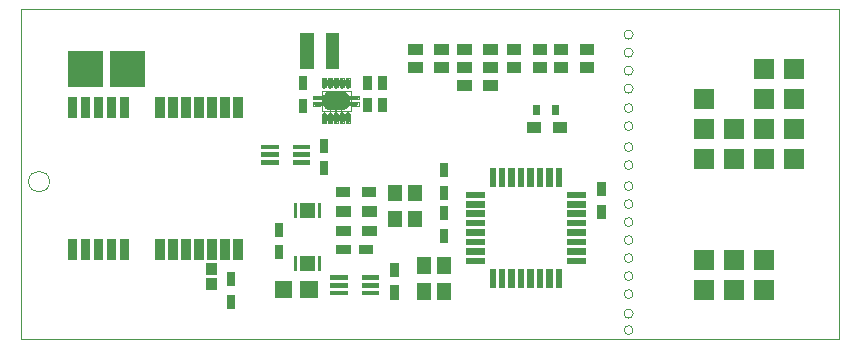
<source format=gbr>
G04 #@! TF.GenerationSoftware,KiCad,Pcbnew,(5.1.0)-1*
G04 #@! TF.CreationDate,2019-05-20T22:37:17-04:00*
G04 #@! TF.ProjectId,PicoTrackerWSPR1Rev5,5069636f-5472-4616-936b-657257535052,rev?*
G04 #@! TF.SameCoordinates,Original*
G04 #@! TF.FileFunction,Soldermask,Top*
G04 #@! TF.FilePolarity,Negative*
%FSLAX46Y46*%
G04 Gerber Fmt 4.6, Leading zero omitted, Abs format (unit mm)*
G04 Created by KiCad (PCBNEW (5.1.0)-1) date 2019-05-20 22:37:17*
%MOMM*%
%LPD*%
G04 APERTURE LIST*
%ADD10C,0.100000*%
%ADD11C,0.066040*%
%ADD12C,0.150000*%
G04 APERTURE END LIST*
D10*
X53975000Y-62230000D02*
X53975000Y-63500000D01*
X123190000Y-62230000D02*
X123190000Y-63500000D01*
X53975000Y-90170000D02*
X53975000Y-63500000D01*
X123190000Y-90170000D02*
X53975000Y-90170000D01*
X123190000Y-63500000D02*
X123190000Y-90170000D01*
X53975000Y-62230000D02*
X123190000Y-62230000D01*
X105791021Y-89408000D02*
G75*
G03X105791021Y-89408000I-381021J0D01*
G01*
X105791021Y-64389000D02*
G75*
G03X105791021Y-64389000I-381021J0D01*
G01*
X105791021Y-65913000D02*
G75*
G03X105791021Y-65913000I-381021J0D01*
G01*
X105791021Y-67437000D02*
G75*
G03X105791021Y-67437000I-381021J0D01*
G01*
X105791021Y-68961000D02*
G75*
G03X105791021Y-68961000I-381021J0D01*
G01*
X105791021Y-70612000D02*
G75*
G03X105791021Y-70612000I-381021J0D01*
G01*
X105791021Y-72136000D02*
G75*
G03X105791021Y-72136000I-381021J0D01*
G01*
X105791021Y-73914000D02*
G75*
G03X105791021Y-73914000I-381021J0D01*
G01*
X105791021Y-75438000D02*
G75*
G03X105791021Y-75438000I-381021J0D01*
G01*
X105791021Y-77216000D02*
G75*
G03X105791021Y-77216000I-381021J0D01*
G01*
X105791021Y-78740000D02*
G75*
G03X105791021Y-78740000I-381021J0D01*
G01*
X105791021Y-80264000D02*
G75*
G03X105791021Y-80264000I-381021J0D01*
G01*
X105791021Y-81788000D02*
G75*
G03X105791021Y-81788000I-381021J0D01*
G01*
X105791021Y-83312000D02*
G75*
G03X105791021Y-83312000I-381021J0D01*
G01*
X105791021Y-86360000D02*
G75*
G03X105791021Y-86360000I-381021J0D01*
G01*
X105791021Y-84836000D02*
G75*
G03X105791021Y-84836000I-381021J0D01*
G01*
X105791021Y-88011000D02*
G75*
G03X105791021Y-88011000I-381021J0D01*
G01*
X56388000Y-76835000D02*
G75*
G03X56388000Y-76835000I-889000J0D01*
G01*
X81815940Y-71140320D02*
G75*
G03X81815940Y-71140320I-172720J0D01*
G01*
X81315560Y-71140320D02*
G75*
G03X81315560Y-71140320I-172720J0D01*
G01*
X80817720Y-71140320D02*
G75*
G03X80817720Y-71140320I-172720J0D01*
G01*
X80319880Y-71140320D02*
G75*
G03X80319880Y-71140320I-172720J0D01*
G01*
X79819500Y-71140320D02*
G75*
G03X79819500Y-71140320I-172720J0D01*
G01*
X79819500Y-68813680D02*
G75*
G03X79819500Y-68813680I-172720J0D01*
G01*
X80319880Y-68813680D02*
G75*
G03X80319880Y-68813680I-172720J0D01*
G01*
X80817720Y-68813680D02*
G75*
G03X80817720Y-68813680I-172720J0D01*
G01*
X81315560Y-68813680D02*
G75*
G03X81315560Y-68813680I-172720J0D01*
G01*
X81815940Y-68813680D02*
G75*
G03X81815940Y-68813680I-172720J0D01*
G01*
D11*
X79321660Y-70101460D02*
X79321660Y-70401180D01*
X79321660Y-70401180D02*
X78722220Y-70401180D01*
X78722220Y-70101460D02*
X78722220Y-70401180D01*
X79321660Y-70101460D02*
X78722220Y-70101460D01*
X79321660Y-69552820D02*
X79321660Y-69852540D01*
X79321660Y-69852540D02*
X78722220Y-69852540D01*
X78722220Y-69552820D02*
X78722220Y-69852540D01*
X79321660Y-69552820D02*
X78722220Y-69552820D01*
X81818480Y-71140320D02*
X81818480Y-71899780D01*
X81818480Y-71899780D02*
X81467960Y-71899780D01*
X81467960Y-71140320D02*
X81467960Y-71899780D01*
X81818480Y-71140320D02*
X81467960Y-71140320D01*
X81318100Y-71140320D02*
X81318100Y-71899780D01*
X81318100Y-71899780D02*
X80967580Y-71899780D01*
X80967580Y-71140320D02*
X80967580Y-71899780D01*
X81318100Y-71140320D02*
X80967580Y-71140320D01*
X80817720Y-71140320D02*
X80817720Y-71899780D01*
X80817720Y-71899780D02*
X80472280Y-71899780D01*
X80472280Y-71140320D02*
X80472280Y-71899780D01*
X80817720Y-71140320D02*
X80472280Y-71140320D01*
X80322420Y-71140320D02*
X80322420Y-71899780D01*
X80322420Y-71899780D02*
X79971900Y-71899780D01*
X79971900Y-71140320D02*
X79971900Y-71899780D01*
X80322420Y-71140320D02*
X79971900Y-71140320D01*
X79822040Y-71140320D02*
X79822040Y-71899780D01*
X79822040Y-71899780D02*
X79471520Y-71899780D01*
X79471520Y-71140320D02*
X79471520Y-71899780D01*
X79822040Y-71140320D02*
X79471520Y-71140320D01*
X79822040Y-68054220D02*
X79822040Y-68813680D01*
X79822040Y-68813680D02*
X79471520Y-68813680D01*
X79471520Y-68054220D02*
X79471520Y-68813680D01*
X79822040Y-68054220D02*
X79471520Y-68054220D01*
X80322420Y-68054220D02*
X80322420Y-68813680D01*
X80322420Y-68813680D02*
X79971900Y-68813680D01*
X79971900Y-68054220D02*
X79971900Y-68813680D01*
X80322420Y-68054220D02*
X79971900Y-68054220D01*
X80817720Y-68054220D02*
X80817720Y-68813680D01*
X80817720Y-68813680D02*
X80472280Y-68813680D01*
X80472280Y-68054220D02*
X80472280Y-68813680D01*
X80817720Y-68054220D02*
X80472280Y-68054220D01*
X81318100Y-68054220D02*
X81318100Y-68813680D01*
X81318100Y-68813680D02*
X80967580Y-68813680D01*
X80967580Y-68054220D02*
X80967580Y-68813680D01*
X81318100Y-68054220D02*
X80967580Y-68054220D01*
X81818480Y-68054220D02*
X81818480Y-68813680D01*
X81818480Y-68813680D02*
X81467960Y-68813680D01*
X81467960Y-68054220D02*
X81467960Y-68813680D01*
X81818480Y-68054220D02*
X81467960Y-68054220D01*
X81869280Y-69128640D02*
X81869280Y-70825360D01*
X81869280Y-70825360D02*
X79420720Y-70825360D01*
X79420720Y-69128640D02*
X79420720Y-70825360D01*
X81869280Y-69128640D02*
X79420720Y-69128640D01*
X82567780Y-69552820D02*
X82567780Y-69852540D01*
X82567780Y-69852540D02*
X81968340Y-69852540D01*
X81968340Y-69552820D02*
X81968340Y-69852540D01*
X82567780Y-69552820D02*
X81968340Y-69552820D01*
X82567780Y-70101460D02*
X82567780Y-70401180D01*
X82567780Y-70401180D02*
X81968340Y-70401180D01*
X81968340Y-70101460D02*
X81968340Y-70401180D01*
X82567780Y-70101460D02*
X81968340Y-70101460D01*
D12*
G36*
X72130000Y-87595000D02*
G01*
X71380000Y-87595000D01*
X71380000Y-86395000D01*
X72130000Y-86395000D01*
X72130000Y-87595000D01*
X72130000Y-87595000D01*
G37*
G36*
X117690000Y-86896000D02*
G01*
X115990000Y-86896000D01*
X115990000Y-85196000D01*
X117690000Y-85196000D01*
X117690000Y-86896000D01*
X117690000Y-86896000D01*
G37*
G36*
X115150000Y-86896000D02*
G01*
X113450000Y-86896000D01*
X113450000Y-85196000D01*
X115150000Y-85196000D01*
X115150000Y-86896000D01*
X115150000Y-86896000D01*
G37*
G36*
X112610000Y-86896000D02*
G01*
X110910000Y-86896000D01*
X110910000Y-85196000D01*
X112610000Y-85196000D01*
X112610000Y-86896000D01*
X112610000Y-86896000D01*
G37*
G36*
X88684100Y-86855300D02*
G01*
X87490300Y-86855300D01*
X87490300Y-85458300D01*
X88684100Y-85458300D01*
X88684100Y-86855300D01*
X88684100Y-86855300D01*
G37*
G36*
X90385900Y-86855300D02*
G01*
X89192100Y-86855300D01*
X89192100Y-85458300D01*
X90385900Y-85458300D01*
X90385900Y-86855300D01*
X90385900Y-86855300D01*
G37*
G36*
X85973000Y-86828000D02*
G01*
X85223000Y-86828000D01*
X85223000Y-85628000D01*
X85973000Y-85628000D01*
X85973000Y-86828000D01*
X85973000Y-86828000D01*
G37*
G36*
X79109000Y-86729000D02*
G01*
X77609000Y-86729000D01*
X77609000Y-85229000D01*
X79109000Y-85229000D01*
X79109000Y-86729000D01*
X79109000Y-86729000D01*
G37*
G36*
X76950000Y-86729000D02*
G01*
X75450000Y-86729000D01*
X75450000Y-85229000D01*
X76950000Y-85229000D01*
X76950000Y-86729000D01*
X76950000Y-86729000D01*
G37*
G36*
X81649000Y-86463000D02*
G01*
X80149000Y-86463000D01*
X80149000Y-86063000D01*
X81649000Y-86063000D01*
X81649000Y-86463000D01*
X81649000Y-86463000D01*
G37*
G36*
X84309000Y-86463000D02*
G01*
X82809000Y-86463000D01*
X82809000Y-86063000D01*
X84309000Y-86063000D01*
X84309000Y-86463000D01*
X84309000Y-86463000D01*
G37*
G36*
X70604000Y-85971000D02*
G01*
X69604000Y-85971000D01*
X69604000Y-84971000D01*
X70604000Y-84971000D01*
X70604000Y-85971000D01*
X70604000Y-85971000D01*
G37*
G36*
X81649000Y-85813000D02*
G01*
X80149000Y-85813000D01*
X80149000Y-85413000D01*
X81649000Y-85413000D01*
X81649000Y-85813000D01*
X81649000Y-85813000D01*
G37*
G36*
X84309000Y-85813000D02*
G01*
X82809000Y-85813000D01*
X82809000Y-85413000D01*
X84309000Y-85413000D01*
X84309000Y-85813000D01*
X84309000Y-85813000D01*
G37*
G36*
X99790000Y-85803000D02*
G01*
X99240000Y-85803000D01*
X99240000Y-84203000D01*
X99790000Y-84203000D01*
X99790000Y-85803000D01*
X99790000Y-85803000D01*
G37*
G36*
X97390000Y-85803000D02*
G01*
X96840000Y-85803000D01*
X96840000Y-84203000D01*
X97390000Y-84203000D01*
X97390000Y-85803000D01*
X97390000Y-85803000D01*
G37*
G36*
X98190000Y-85803000D02*
G01*
X97640000Y-85803000D01*
X97640000Y-84203000D01*
X98190000Y-84203000D01*
X98190000Y-85803000D01*
X98190000Y-85803000D01*
G37*
G36*
X96590000Y-85803000D02*
G01*
X96040000Y-85803000D01*
X96040000Y-84203000D01*
X96590000Y-84203000D01*
X96590000Y-85803000D01*
X96590000Y-85803000D01*
G37*
G36*
X94990000Y-85803000D02*
G01*
X94440000Y-85803000D01*
X94440000Y-84203000D01*
X94990000Y-84203000D01*
X94990000Y-85803000D01*
X94990000Y-85803000D01*
G37*
G36*
X94190000Y-85803000D02*
G01*
X93640000Y-85803000D01*
X93640000Y-84203000D01*
X94190000Y-84203000D01*
X94190000Y-85803000D01*
X94190000Y-85803000D01*
G37*
G36*
X98990000Y-85803000D02*
G01*
X98440000Y-85803000D01*
X98440000Y-84203000D01*
X98990000Y-84203000D01*
X98990000Y-85803000D01*
X98990000Y-85803000D01*
G37*
G36*
X95790000Y-85803000D02*
G01*
X95240000Y-85803000D01*
X95240000Y-84203000D01*
X95790000Y-84203000D01*
X95790000Y-85803000D01*
X95790000Y-85803000D01*
G37*
G36*
X72130000Y-85695000D02*
G01*
X71380000Y-85695000D01*
X71380000Y-84495000D01*
X72130000Y-84495000D01*
X72130000Y-85695000D01*
X72130000Y-85695000D01*
G37*
G36*
X81649000Y-85163000D02*
G01*
X80149000Y-85163000D01*
X80149000Y-84763000D01*
X81649000Y-84763000D01*
X81649000Y-85163000D01*
X81649000Y-85163000D01*
G37*
G36*
X84309000Y-85163000D02*
G01*
X82809000Y-85163000D01*
X82809000Y-84763000D01*
X84309000Y-84763000D01*
X84309000Y-85163000D01*
X84309000Y-85163000D01*
G37*
G36*
X85973000Y-84928000D02*
G01*
X85223000Y-84928000D01*
X85223000Y-83728000D01*
X85973000Y-83728000D01*
X85973000Y-84928000D01*
X85973000Y-84928000D01*
G37*
G36*
X70604000Y-84701000D02*
G01*
X69604000Y-84701000D01*
X69604000Y-83701000D01*
X70604000Y-83701000D01*
X70604000Y-84701000D01*
X70604000Y-84701000D01*
G37*
G36*
X90385900Y-84645500D02*
G01*
X89192100Y-84645500D01*
X89192100Y-83248500D01*
X90385900Y-83248500D01*
X90385900Y-84645500D01*
X90385900Y-84645500D01*
G37*
G36*
X88684100Y-84645500D02*
G01*
X87490300Y-84645500D01*
X87490300Y-83248500D01*
X88684100Y-83248500D01*
X88684100Y-84645500D01*
X88684100Y-84645500D01*
G37*
G36*
X79354680Y-84434000D02*
G01*
X79105760Y-84434000D01*
X79105760Y-83134000D01*
X79354680Y-83134000D01*
X79354680Y-84434000D01*
X79354680Y-84434000D01*
G37*
G36*
X78854300Y-84434000D02*
G01*
X77609700Y-84434000D01*
X77609700Y-83134000D01*
X78854300Y-83134000D01*
X78854300Y-84434000D01*
X78854300Y-84434000D01*
G37*
G36*
X77358240Y-84434000D02*
G01*
X77109320Y-84434000D01*
X77109320Y-83134000D01*
X77358240Y-83134000D01*
X77358240Y-84434000D01*
X77358240Y-84434000D01*
G37*
G36*
X117690000Y-84356000D02*
G01*
X115990000Y-84356000D01*
X115990000Y-82656000D01*
X117690000Y-82656000D01*
X117690000Y-84356000D01*
X117690000Y-84356000D01*
G37*
G36*
X115150000Y-84356000D02*
G01*
X113450000Y-84356000D01*
X113450000Y-82656000D01*
X115150000Y-82656000D01*
X115150000Y-84356000D01*
X115150000Y-84356000D01*
G37*
G36*
X112610000Y-84356000D02*
G01*
X110910000Y-84356000D01*
X110910000Y-82656000D01*
X112610000Y-82656000D01*
X112610000Y-84356000D01*
X112610000Y-84356000D01*
G37*
G36*
X93265000Y-83828000D02*
G01*
X91665000Y-83828000D01*
X91665000Y-83278000D01*
X93265000Y-83278000D01*
X93265000Y-83828000D01*
X93265000Y-83828000D01*
G37*
G36*
X101765000Y-83828000D02*
G01*
X100165000Y-83828000D01*
X100165000Y-83278000D01*
X101765000Y-83278000D01*
X101765000Y-83828000D01*
X101765000Y-83828000D01*
G37*
G36*
X66133980Y-83449160D02*
G01*
X65336420Y-83449160D01*
X65336420Y-81650840D01*
X66133980Y-81650840D01*
X66133980Y-83449160D01*
X66133980Y-83449160D01*
G37*
G36*
X60937140Y-83449160D02*
G01*
X60139580Y-83449160D01*
X60139580Y-81650840D01*
X60937140Y-81650840D01*
X60937140Y-83449160D01*
X60937140Y-83449160D01*
G37*
G36*
X59837320Y-83449160D02*
G01*
X59039760Y-83449160D01*
X59039760Y-81650840D01*
X59837320Y-81650840D01*
X59837320Y-83449160D01*
X59837320Y-83449160D01*
G37*
G36*
X58737500Y-83449160D02*
G01*
X57939940Y-83449160D01*
X57939940Y-81650840D01*
X58737500Y-81650840D01*
X58737500Y-83449160D01*
X58737500Y-83449160D01*
G37*
G36*
X63136780Y-83449160D02*
G01*
X62339220Y-83449160D01*
X62339220Y-81650840D01*
X63136780Y-81650840D01*
X63136780Y-83449160D01*
X63136780Y-83449160D01*
G37*
G36*
X67236340Y-83449160D02*
G01*
X66438780Y-83449160D01*
X66438780Y-81650840D01*
X67236340Y-81650840D01*
X67236340Y-83449160D01*
X67236340Y-83449160D01*
G37*
G36*
X68336160Y-83449160D02*
G01*
X67538600Y-83449160D01*
X67538600Y-81650840D01*
X68336160Y-81650840D01*
X68336160Y-83449160D01*
X68336160Y-83449160D01*
G37*
G36*
X62036960Y-83449160D02*
G01*
X61239400Y-83449160D01*
X61239400Y-81650840D01*
X62036960Y-81650840D01*
X62036960Y-83449160D01*
X62036960Y-83449160D01*
G37*
G36*
X72735440Y-83449160D02*
G01*
X71937880Y-83449160D01*
X71937880Y-81650840D01*
X72735440Y-81650840D01*
X72735440Y-83449160D01*
X72735440Y-83449160D01*
G37*
G36*
X71635620Y-83449160D02*
G01*
X70838060Y-83449160D01*
X70838060Y-81650840D01*
X71635620Y-81650840D01*
X71635620Y-83449160D01*
X71635620Y-83449160D01*
G37*
G36*
X69435980Y-83449160D02*
G01*
X68638420Y-83449160D01*
X68638420Y-81650840D01*
X69435980Y-81650840D01*
X69435980Y-83449160D01*
X69435980Y-83449160D01*
G37*
G36*
X70535800Y-83449160D02*
G01*
X69738240Y-83449160D01*
X69738240Y-81650840D01*
X70535800Y-81650840D01*
X70535800Y-83449160D01*
X70535800Y-83449160D01*
G37*
G36*
X76194000Y-83399000D02*
G01*
X75444000Y-83399000D01*
X75444000Y-82199000D01*
X76194000Y-82199000D01*
X76194000Y-83399000D01*
X76194000Y-83399000D01*
G37*
G36*
X101765000Y-83028000D02*
G01*
X100165000Y-83028000D01*
X100165000Y-82478000D01*
X101765000Y-82478000D01*
X101765000Y-83028000D01*
X101765000Y-83028000D01*
G37*
G36*
X93265000Y-83028000D02*
G01*
X91665000Y-83028000D01*
X91665000Y-82478000D01*
X93265000Y-82478000D01*
X93265000Y-83028000D01*
X93265000Y-83028000D01*
G37*
G36*
X81880000Y-82925000D02*
G01*
X80680000Y-82925000D01*
X80680000Y-82175000D01*
X81880000Y-82175000D01*
X81880000Y-82925000D01*
X81880000Y-82925000D01*
G37*
G36*
X83780000Y-82925000D02*
G01*
X82580000Y-82925000D01*
X82580000Y-82175000D01*
X83780000Y-82175000D01*
X83780000Y-82925000D01*
X83780000Y-82925000D01*
G37*
G36*
X101765000Y-82228000D02*
G01*
X100165000Y-82228000D01*
X100165000Y-81678000D01*
X101765000Y-81678000D01*
X101765000Y-82228000D01*
X101765000Y-82228000D01*
G37*
G36*
X93265000Y-82228000D02*
G01*
X91665000Y-82228000D01*
X91665000Y-81678000D01*
X93265000Y-81678000D01*
X93265000Y-82228000D01*
X93265000Y-82228000D01*
G37*
G36*
X90164000Y-82007000D02*
G01*
X89414000Y-82007000D01*
X89414000Y-80807000D01*
X90164000Y-80807000D01*
X90164000Y-82007000D01*
X90164000Y-82007000D01*
G37*
G36*
X76194000Y-81499000D02*
G01*
X75444000Y-81499000D01*
X75444000Y-80299000D01*
X76194000Y-80299000D01*
X76194000Y-81499000D01*
X76194000Y-81499000D01*
G37*
G36*
X81880000Y-81476000D02*
G01*
X80680000Y-81476000D01*
X80680000Y-80576000D01*
X81880000Y-80576000D01*
X81880000Y-81476000D01*
X81880000Y-81476000D01*
G37*
G36*
X84080000Y-81476000D02*
G01*
X82880000Y-81476000D01*
X82880000Y-80576000D01*
X84080000Y-80576000D01*
X84080000Y-81476000D01*
X84080000Y-81476000D01*
G37*
G36*
X93265000Y-81428000D02*
G01*
X91665000Y-81428000D01*
X91665000Y-80878000D01*
X93265000Y-80878000D01*
X93265000Y-81428000D01*
X93265000Y-81428000D01*
G37*
G36*
X101765000Y-81428000D02*
G01*
X100165000Y-81428000D01*
X100165000Y-80878000D01*
X101765000Y-80878000D01*
X101765000Y-81428000D01*
X101765000Y-81428000D01*
G37*
G36*
X86194900Y-80708500D02*
G01*
X85001100Y-80708500D01*
X85001100Y-79311500D01*
X86194900Y-79311500D01*
X86194900Y-80708500D01*
X86194900Y-80708500D01*
G37*
G36*
X87896700Y-80708500D02*
G01*
X86702900Y-80708500D01*
X86702900Y-79311500D01*
X87896700Y-79311500D01*
X87896700Y-80708500D01*
X87896700Y-80708500D01*
G37*
G36*
X93265000Y-80628000D02*
G01*
X91665000Y-80628000D01*
X91665000Y-80078000D01*
X93265000Y-80078000D01*
X93265000Y-80628000D01*
X93265000Y-80628000D01*
G37*
G36*
X101765000Y-80628000D02*
G01*
X100165000Y-80628000D01*
X100165000Y-80078000D01*
X101765000Y-80078000D01*
X101765000Y-80628000D01*
X101765000Y-80628000D01*
G37*
G36*
X90164000Y-80107000D02*
G01*
X89414000Y-80107000D01*
X89414000Y-78907000D01*
X90164000Y-78907000D01*
X90164000Y-80107000D01*
X90164000Y-80107000D01*
G37*
G36*
X103499000Y-79975000D02*
G01*
X102749000Y-79975000D01*
X102749000Y-78775000D01*
X103499000Y-78775000D01*
X103499000Y-79975000D01*
X103499000Y-79975000D01*
G37*
G36*
X78854300Y-79934000D02*
G01*
X77609700Y-79934000D01*
X77609700Y-78634000D01*
X78854300Y-78634000D01*
X78854300Y-79934000D01*
X78854300Y-79934000D01*
G37*
G36*
X79354680Y-79934000D02*
G01*
X79105760Y-79934000D01*
X79105760Y-78634000D01*
X79354680Y-78634000D01*
X79354680Y-79934000D01*
X79354680Y-79934000D01*
G37*
G36*
X77358240Y-79934000D02*
G01*
X77109320Y-79934000D01*
X77109320Y-78634000D01*
X77358240Y-78634000D01*
X77358240Y-79934000D01*
X77358240Y-79934000D01*
G37*
G36*
X93265000Y-79828000D02*
G01*
X91665000Y-79828000D01*
X91665000Y-79278000D01*
X93265000Y-79278000D01*
X93265000Y-79828000D01*
X93265000Y-79828000D01*
G37*
G36*
X101765000Y-79828000D02*
G01*
X100165000Y-79828000D01*
X100165000Y-79278000D01*
X101765000Y-79278000D01*
X101765000Y-79828000D01*
X101765000Y-79828000D01*
G37*
G36*
X81880000Y-79825000D02*
G01*
X80680000Y-79825000D01*
X80680000Y-78925000D01*
X81880000Y-78925000D01*
X81880000Y-79825000D01*
X81880000Y-79825000D01*
G37*
G36*
X84080000Y-79825000D02*
G01*
X82880000Y-79825000D01*
X82880000Y-78925000D01*
X84080000Y-78925000D01*
X84080000Y-79825000D01*
X84080000Y-79825000D01*
G37*
G36*
X101765000Y-79028000D02*
G01*
X100165000Y-79028000D01*
X100165000Y-78478000D01*
X101765000Y-78478000D01*
X101765000Y-79028000D01*
X101765000Y-79028000D01*
G37*
G36*
X93265000Y-79028000D02*
G01*
X91665000Y-79028000D01*
X91665000Y-78478000D01*
X93265000Y-78478000D01*
X93265000Y-79028000D01*
X93265000Y-79028000D01*
G37*
G36*
X86194900Y-78498700D02*
G01*
X85001100Y-78498700D01*
X85001100Y-77101700D01*
X86194900Y-77101700D01*
X86194900Y-78498700D01*
X86194900Y-78498700D01*
G37*
G36*
X87896700Y-78498700D02*
G01*
X86702900Y-78498700D01*
X86702900Y-77101700D01*
X87896700Y-77101700D01*
X87896700Y-78498700D01*
X87896700Y-78498700D01*
G37*
G36*
X90164000Y-78385000D02*
G01*
X89414000Y-78385000D01*
X89414000Y-77185000D01*
X90164000Y-77185000D01*
X90164000Y-78385000D01*
X90164000Y-78385000D01*
G37*
G36*
X93265000Y-78228000D02*
G01*
X91665000Y-78228000D01*
X91665000Y-77678000D01*
X93265000Y-77678000D01*
X93265000Y-78228000D01*
X93265000Y-78228000D01*
G37*
G36*
X101765000Y-78228000D02*
G01*
X100165000Y-78228000D01*
X100165000Y-77678000D01*
X101765000Y-77678000D01*
X101765000Y-78228000D01*
X101765000Y-78228000D01*
G37*
G36*
X84039000Y-78174000D02*
G01*
X82839000Y-78174000D01*
X82839000Y-77274000D01*
X84039000Y-77274000D01*
X84039000Y-78174000D01*
X84039000Y-78174000D01*
G37*
G36*
X81839000Y-78174000D02*
G01*
X80639000Y-78174000D01*
X80639000Y-77274000D01*
X81839000Y-77274000D01*
X81839000Y-78174000D01*
X81839000Y-78174000D01*
G37*
G36*
X103499000Y-78075000D02*
G01*
X102749000Y-78075000D01*
X102749000Y-76875000D01*
X103499000Y-76875000D01*
X103499000Y-78075000D01*
X103499000Y-78075000D01*
G37*
G36*
X94990000Y-77303000D02*
G01*
X94440000Y-77303000D01*
X94440000Y-75703000D01*
X94990000Y-75703000D01*
X94990000Y-77303000D01*
X94990000Y-77303000D01*
G37*
G36*
X95790000Y-77303000D02*
G01*
X95240000Y-77303000D01*
X95240000Y-75703000D01*
X95790000Y-75703000D01*
X95790000Y-77303000D01*
X95790000Y-77303000D01*
G37*
G36*
X98990000Y-77303000D02*
G01*
X98440000Y-77303000D01*
X98440000Y-75703000D01*
X98990000Y-75703000D01*
X98990000Y-77303000D01*
X98990000Y-77303000D01*
G37*
G36*
X99790000Y-77303000D02*
G01*
X99240000Y-77303000D01*
X99240000Y-75703000D01*
X99790000Y-75703000D01*
X99790000Y-77303000D01*
X99790000Y-77303000D01*
G37*
G36*
X97390000Y-77303000D02*
G01*
X96840000Y-77303000D01*
X96840000Y-75703000D01*
X97390000Y-75703000D01*
X97390000Y-77303000D01*
X97390000Y-77303000D01*
G37*
G36*
X96590000Y-77303000D02*
G01*
X96040000Y-77303000D01*
X96040000Y-75703000D01*
X96590000Y-75703000D01*
X96590000Y-77303000D01*
X96590000Y-77303000D01*
G37*
G36*
X98190000Y-77303000D02*
G01*
X97640000Y-77303000D01*
X97640000Y-75703000D01*
X98190000Y-75703000D01*
X98190000Y-77303000D01*
X98190000Y-77303000D01*
G37*
G36*
X94190000Y-77303000D02*
G01*
X93640000Y-77303000D01*
X93640000Y-75703000D01*
X94190000Y-75703000D01*
X94190000Y-77303000D01*
X94190000Y-77303000D01*
G37*
G36*
X90164000Y-76485000D02*
G01*
X89414000Y-76485000D01*
X89414000Y-75285000D01*
X90164000Y-75285000D01*
X90164000Y-76485000D01*
X90164000Y-76485000D01*
G37*
G36*
X80004000Y-76287000D02*
G01*
X79254000Y-76287000D01*
X79254000Y-75087000D01*
X80004000Y-75087000D01*
X80004000Y-76287000D01*
X80004000Y-76287000D01*
G37*
G36*
X117690000Y-75780000D02*
G01*
X115990000Y-75780000D01*
X115990000Y-74080000D01*
X117690000Y-74080000D01*
X117690000Y-75780000D01*
X117690000Y-75780000D01*
G37*
G36*
X120230000Y-75780000D02*
G01*
X118530000Y-75780000D01*
X118530000Y-74080000D01*
X120230000Y-74080000D01*
X120230000Y-75780000D01*
X120230000Y-75780000D01*
G37*
G36*
X115150000Y-75780000D02*
G01*
X113450000Y-75780000D01*
X113450000Y-74080000D01*
X115150000Y-74080000D01*
X115150000Y-75780000D01*
X115150000Y-75780000D01*
G37*
G36*
X112610000Y-75780000D02*
G01*
X110910000Y-75780000D01*
X110910000Y-74080000D01*
X112610000Y-74080000D01*
X112610000Y-75780000D01*
X112610000Y-75780000D01*
G37*
G36*
X78467000Y-75399000D02*
G01*
X76967000Y-75399000D01*
X76967000Y-74999000D01*
X78467000Y-74999000D01*
X78467000Y-75399000D01*
X78467000Y-75399000D01*
G37*
G36*
X75807000Y-75399000D02*
G01*
X74307000Y-75399000D01*
X74307000Y-74999000D01*
X75807000Y-74999000D01*
X75807000Y-75399000D01*
X75807000Y-75399000D01*
G37*
G36*
X78467000Y-74749000D02*
G01*
X76967000Y-74749000D01*
X76967000Y-74349000D01*
X78467000Y-74349000D01*
X78467000Y-74749000D01*
X78467000Y-74749000D01*
G37*
G36*
X75807000Y-74749000D02*
G01*
X74307000Y-74749000D01*
X74307000Y-74349000D01*
X75807000Y-74349000D01*
X75807000Y-74749000D01*
X75807000Y-74749000D01*
G37*
G36*
X80004000Y-74387000D02*
G01*
X79254000Y-74387000D01*
X79254000Y-73187000D01*
X80004000Y-73187000D01*
X80004000Y-74387000D01*
X80004000Y-74387000D01*
G37*
G36*
X78467000Y-74099000D02*
G01*
X76967000Y-74099000D01*
X76967000Y-73699000D01*
X78467000Y-73699000D01*
X78467000Y-74099000D01*
X78467000Y-74099000D01*
G37*
G36*
X75807000Y-74099000D02*
G01*
X74307000Y-74099000D01*
X74307000Y-73699000D01*
X75807000Y-73699000D01*
X75807000Y-74099000D01*
X75807000Y-74099000D01*
G37*
G36*
X115150000Y-73240000D02*
G01*
X113450000Y-73240000D01*
X113450000Y-71540000D01*
X115150000Y-71540000D01*
X115150000Y-73240000D01*
X115150000Y-73240000D01*
G37*
G36*
X112610000Y-73240000D02*
G01*
X110910000Y-73240000D01*
X110910000Y-71540000D01*
X112610000Y-71540000D01*
X112610000Y-73240000D01*
X112610000Y-73240000D01*
G37*
G36*
X120230000Y-73240000D02*
G01*
X118530000Y-73240000D01*
X118530000Y-71540000D01*
X120230000Y-71540000D01*
X120230000Y-73240000D01*
X120230000Y-73240000D01*
G37*
G36*
X117690000Y-73240000D02*
G01*
X115990000Y-73240000D01*
X115990000Y-71540000D01*
X117690000Y-71540000D01*
X117690000Y-73240000D01*
X117690000Y-73240000D01*
G37*
G36*
X98009000Y-72713000D02*
G01*
X96809000Y-72713000D01*
X96809000Y-71813000D01*
X98009000Y-71813000D01*
X98009000Y-72713000D01*
X98009000Y-72713000D01*
G37*
G36*
X100209000Y-72713000D02*
G01*
X99009000Y-72713000D01*
X99009000Y-71813000D01*
X100209000Y-71813000D01*
X100209000Y-72713000D01*
X100209000Y-72713000D01*
G37*
G36*
X80654530Y-70995675D02*
G01*
X80670075Y-71014617D01*
X80699538Y-71036468D01*
X80708333Y-71041169D01*
X80722988Y-71049002D01*
X80722990Y-71049003D01*
X80722989Y-71049003D01*
X80744260Y-71066460D01*
X80761719Y-71087733D01*
X80775318Y-71113175D01*
X80783679Y-71133363D01*
X80797293Y-71153737D01*
X80814619Y-71171065D01*
X80834993Y-71184679D01*
X80857632Y-71194057D01*
X80881665Y-71198838D01*
X80906169Y-71198838D01*
X80930203Y-71194058D01*
X80952842Y-71184682D01*
X80973216Y-71171068D01*
X80990544Y-71153742D01*
X81004158Y-71133368D01*
X81012519Y-71113182D01*
X81017907Y-71103101D01*
X81026122Y-71087732D01*
X81043580Y-71066460D01*
X81064852Y-71049002D01*
X81088304Y-71036467D01*
X81108677Y-71022854D01*
X81126003Y-71005526D01*
X81128440Y-71001879D01*
X81133529Y-71006968D01*
X81153903Y-71020582D01*
X81176545Y-71029959D01*
X81196556Y-71036029D01*
X81196558Y-71036030D01*
X81220828Y-71049002D01*
X81220830Y-71049003D01*
X81220829Y-71049003D01*
X81242100Y-71066460D01*
X81259559Y-71087733D01*
X81272531Y-71112002D01*
X81273413Y-71114910D01*
X81282789Y-71137550D01*
X81296403Y-71157924D01*
X81313729Y-71175252D01*
X81334103Y-71188866D01*
X81356742Y-71198244D01*
X81380775Y-71203025D01*
X81405279Y-71203025D01*
X81429312Y-71198245D01*
X81451952Y-71188869D01*
X81472326Y-71175255D01*
X81489654Y-71157929D01*
X81503268Y-71137555D01*
X81512647Y-71114913D01*
X81513530Y-71112001D01*
X81520464Y-71099029D01*
X81526502Y-71087732D01*
X81543960Y-71066460D01*
X81565232Y-71049002D01*
X81565231Y-71049002D01*
X81565233Y-71049001D01*
X81589499Y-71036030D01*
X81615834Y-71028042D01*
X81643220Y-71025345D01*
X81670605Y-71028042D01*
X81696938Y-71036030D01*
X81721208Y-71049002D01*
X81721210Y-71049003D01*
X81721209Y-71049003D01*
X81742480Y-71066460D01*
X81759939Y-71087733D01*
X81772910Y-71111999D01*
X81780898Y-71138334D01*
X81782920Y-71158866D01*
X81782920Y-71741534D01*
X81780898Y-71762066D01*
X81772910Y-71788401D01*
X81759939Y-71812667D01*
X81742480Y-71833940D01*
X81721207Y-71851399D01*
X81696941Y-71864370D01*
X81670606Y-71872358D01*
X81643220Y-71875055D01*
X81615835Y-71872358D01*
X81589500Y-71864370D01*
X81565234Y-71851399D01*
X81543961Y-71833940D01*
X81526502Y-71812667D01*
X81513532Y-71788401D01*
X81513175Y-71787223D01*
X81512646Y-71785483D01*
X81503273Y-71762852D01*
X81489660Y-71742477D01*
X81472334Y-71725149D01*
X81451960Y-71711534D01*
X81429321Y-71702156D01*
X81405288Y-71697374D01*
X81380784Y-71697373D01*
X81356751Y-71702153D01*
X81334112Y-71711529D01*
X81313737Y-71725142D01*
X81296409Y-71742468D01*
X81282794Y-71762842D01*
X81273415Y-71785483D01*
X81272530Y-71788400D01*
X81259559Y-71812667D01*
X81242100Y-71833940D01*
X81220827Y-71851399D01*
X81196561Y-71864370D01*
X81170226Y-71872358D01*
X81142840Y-71875055D01*
X81115455Y-71872358D01*
X81089120Y-71864370D01*
X81064854Y-71851399D01*
X81043581Y-71833940D01*
X81026122Y-71812667D01*
X81012522Y-71787223D01*
X81004163Y-71767039D01*
X80990550Y-71746664D01*
X80973224Y-71729336D01*
X80952851Y-71715722D01*
X80930212Y-71706343D01*
X80906179Y-71701562D01*
X80881675Y-71701560D01*
X80857642Y-71706340D01*
X80835002Y-71715716D01*
X80814627Y-71729329D01*
X80797299Y-71746655D01*
X80783685Y-71767028D01*
X80775318Y-71787225D01*
X80761719Y-71812667D01*
X80744260Y-71833940D01*
X80722987Y-71851399D01*
X80698721Y-71864370D01*
X80672386Y-71872358D01*
X80645000Y-71875055D01*
X80617615Y-71872358D01*
X80591280Y-71864370D01*
X80567014Y-71851399D01*
X80545741Y-71833940D01*
X80528282Y-71812667D01*
X80514682Y-71787223D01*
X80506323Y-71767039D01*
X80492710Y-71746664D01*
X80475384Y-71729336D01*
X80455011Y-71715722D01*
X80432372Y-71706343D01*
X80408339Y-71701562D01*
X80383835Y-71701560D01*
X80359802Y-71706340D01*
X80337162Y-71715716D01*
X80316787Y-71729329D01*
X80299459Y-71746655D01*
X80285845Y-71767028D01*
X80277478Y-71787225D01*
X80263879Y-71812667D01*
X80246420Y-71833940D01*
X80225147Y-71851399D01*
X80200881Y-71864370D01*
X80174546Y-71872358D01*
X80147160Y-71875055D01*
X80119775Y-71872358D01*
X80093440Y-71864370D01*
X80069174Y-71851399D01*
X80047901Y-71833940D01*
X80030442Y-71812667D01*
X80017472Y-71788401D01*
X80017115Y-71787223D01*
X80016586Y-71785483D01*
X80007213Y-71762852D01*
X79993600Y-71742477D01*
X79976274Y-71725149D01*
X79955900Y-71711534D01*
X79933261Y-71702156D01*
X79909228Y-71697374D01*
X79884724Y-71697373D01*
X79860691Y-71702153D01*
X79838052Y-71711529D01*
X79817677Y-71725142D01*
X79800349Y-71742468D01*
X79786734Y-71762842D01*
X79777355Y-71785483D01*
X79776470Y-71788400D01*
X79763499Y-71812667D01*
X79746040Y-71833940D01*
X79724767Y-71851399D01*
X79700501Y-71864370D01*
X79674166Y-71872358D01*
X79646780Y-71875055D01*
X79619395Y-71872358D01*
X79593060Y-71864370D01*
X79568794Y-71851399D01*
X79547521Y-71833940D01*
X79530062Y-71812667D01*
X79517091Y-71788401D01*
X79509103Y-71762066D01*
X79507081Y-71741534D01*
X79507080Y-71158867D01*
X79509102Y-71138335D01*
X79517090Y-71112002D01*
X79517092Y-71111999D01*
X79530062Y-71087732D01*
X79547520Y-71066460D01*
X79568792Y-71049002D01*
X79568791Y-71049002D01*
X79568793Y-71049001D01*
X79593059Y-71036030D01*
X79619394Y-71028042D01*
X79646780Y-71025345D01*
X79674165Y-71028042D01*
X79700498Y-71036030D01*
X79724768Y-71049002D01*
X79724770Y-71049003D01*
X79724769Y-71049003D01*
X79746040Y-71066460D01*
X79763499Y-71087733D01*
X79776471Y-71112002D01*
X79777353Y-71114910D01*
X79786729Y-71137550D01*
X79800343Y-71157924D01*
X79817669Y-71175252D01*
X79838043Y-71188866D01*
X79860682Y-71198244D01*
X79884715Y-71203025D01*
X79909219Y-71203025D01*
X79933252Y-71198245D01*
X79955892Y-71188869D01*
X79976266Y-71175255D01*
X79993594Y-71157929D01*
X80007208Y-71137555D01*
X80016587Y-71114913D01*
X80017470Y-71112001D01*
X80024404Y-71099029D01*
X80030442Y-71087732D01*
X80047900Y-71066460D01*
X80069172Y-71049002D01*
X80069171Y-71049002D01*
X80069173Y-71049001D01*
X80093439Y-71036031D01*
X80093441Y-71036030D01*
X80113459Y-71029958D01*
X80136097Y-71020580D01*
X80156471Y-71006967D01*
X80161681Y-71001757D01*
X80172235Y-71014617D01*
X80201698Y-71036468D01*
X80210493Y-71041169D01*
X80225148Y-71049002D01*
X80225150Y-71049003D01*
X80225149Y-71049003D01*
X80246420Y-71066460D01*
X80263879Y-71087733D01*
X80277478Y-71113175D01*
X80285839Y-71133363D01*
X80299453Y-71153737D01*
X80316779Y-71171065D01*
X80337153Y-71184679D01*
X80359792Y-71194057D01*
X80383825Y-71198838D01*
X80408329Y-71198838D01*
X80432363Y-71194058D01*
X80455002Y-71184682D01*
X80475376Y-71171068D01*
X80492704Y-71153742D01*
X80506318Y-71133368D01*
X80514679Y-71113182D01*
X80520067Y-71103101D01*
X80528282Y-71087732D01*
X80545740Y-71066460D01*
X80567012Y-71049002D01*
X80590464Y-71036467D01*
X80610837Y-71022854D01*
X80628163Y-71005526D01*
X80641777Y-70985152D01*
X80644889Y-70977638D01*
X80654530Y-70995675D01*
X80654530Y-70995675D01*
G37*
G36*
X72735440Y-71452740D02*
G01*
X71937880Y-71452740D01*
X71937880Y-69654420D01*
X72735440Y-69654420D01*
X72735440Y-71452740D01*
X72735440Y-71452740D01*
G37*
G36*
X71635620Y-71452740D02*
G01*
X70838060Y-71452740D01*
X70838060Y-69654420D01*
X71635620Y-69654420D01*
X71635620Y-71452740D01*
X71635620Y-71452740D01*
G37*
G36*
X70535800Y-71452740D02*
G01*
X69738240Y-71452740D01*
X69738240Y-69654420D01*
X70535800Y-69654420D01*
X70535800Y-71452740D01*
X70535800Y-71452740D01*
G37*
G36*
X58737500Y-71452740D02*
G01*
X57939940Y-71452740D01*
X57939940Y-69654420D01*
X58737500Y-69654420D01*
X58737500Y-71452740D01*
X58737500Y-71452740D01*
G37*
G36*
X59837320Y-71452740D02*
G01*
X59039760Y-71452740D01*
X59039760Y-69654420D01*
X59837320Y-69654420D01*
X59837320Y-71452740D01*
X59837320Y-71452740D01*
G37*
G36*
X60937140Y-71452740D02*
G01*
X60139580Y-71452740D01*
X60139580Y-69654420D01*
X60937140Y-69654420D01*
X60937140Y-71452740D01*
X60937140Y-71452740D01*
G37*
G36*
X62036960Y-71452740D02*
G01*
X61239400Y-71452740D01*
X61239400Y-69654420D01*
X62036960Y-69654420D01*
X62036960Y-71452740D01*
X62036960Y-71452740D01*
G37*
G36*
X63136780Y-71452740D02*
G01*
X62339220Y-71452740D01*
X62339220Y-69654420D01*
X63136780Y-69654420D01*
X63136780Y-71452740D01*
X63136780Y-71452740D01*
G37*
G36*
X66133980Y-71452740D02*
G01*
X65336420Y-71452740D01*
X65336420Y-69654420D01*
X66133980Y-69654420D01*
X66133980Y-71452740D01*
X66133980Y-71452740D01*
G37*
G36*
X67236340Y-71452740D02*
G01*
X66438780Y-71452740D01*
X66438780Y-69654420D01*
X67236340Y-69654420D01*
X67236340Y-71452740D01*
X67236340Y-71452740D01*
G37*
G36*
X68336160Y-71452740D02*
G01*
X67538600Y-71452740D01*
X67538600Y-69654420D01*
X68336160Y-69654420D01*
X68336160Y-71452740D01*
X68336160Y-71452740D01*
G37*
G36*
X69435980Y-71452740D02*
G01*
X68638420Y-71452740D01*
X68638420Y-69654420D01*
X69435980Y-69654420D01*
X69435980Y-71452740D01*
X69435980Y-71452740D01*
G37*
G36*
X97942400Y-71170800D02*
G01*
X97307400Y-71170800D01*
X97307400Y-70307200D01*
X97942400Y-70307200D01*
X97942400Y-71170800D01*
X97942400Y-71170800D01*
G37*
G36*
X99542600Y-71170800D02*
G01*
X98907600Y-71170800D01*
X98907600Y-70307200D01*
X99542600Y-70307200D01*
X99542600Y-71170800D01*
X99542600Y-71170800D01*
G37*
G36*
X78226000Y-71019000D02*
G01*
X77476000Y-71019000D01*
X77476000Y-69819000D01*
X78226000Y-69819000D01*
X78226000Y-71019000D01*
X78226000Y-71019000D01*
G37*
G36*
X83687000Y-70958000D02*
G01*
X82937000Y-70958000D01*
X82937000Y-69758000D01*
X83687000Y-69758000D01*
X83687000Y-70958000D01*
X83687000Y-70958000D01*
G37*
G36*
X84957000Y-70958000D02*
G01*
X84207000Y-70958000D01*
X84207000Y-69758000D01*
X84957000Y-69758000D01*
X84957000Y-70958000D01*
X84957000Y-70958000D01*
G37*
G36*
X80648224Y-69086696D02*
G01*
X80661838Y-69107071D01*
X80679166Y-69124397D01*
X80699540Y-69138011D01*
X80722179Y-69147388D01*
X80758463Y-69152770D01*
X81029377Y-69152770D01*
X81053763Y-69150368D01*
X81077212Y-69143255D01*
X81098823Y-69131704D01*
X81113822Y-69119395D01*
X81116200Y-69122954D01*
X81133526Y-69140282D01*
X81153900Y-69153896D01*
X81176541Y-69163274D01*
X81278230Y-69194121D01*
X81336595Y-69211826D01*
X81479783Y-69288362D01*
X81605289Y-69391361D01*
X81708288Y-69516867D01*
X81708290Y-69516870D01*
X81708626Y-69517280D01*
X81725953Y-69534607D01*
X81746327Y-69548220D01*
X81768966Y-69557598D01*
X81805251Y-69562980D01*
X82412074Y-69562980D01*
X82432606Y-69565002D01*
X82458941Y-69572990D01*
X82483207Y-69585961D01*
X82504480Y-69603420D01*
X82521939Y-69624693D01*
X82534910Y-69648959D01*
X82542898Y-69675294D01*
X82545595Y-69702680D01*
X82542898Y-69730066D01*
X82534910Y-69756401D01*
X82521939Y-69780667D01*
X82504480Y-69801940D01*
X82483207Y-69819399D01*
X82458941Y-69832370D01*
X82432606Y-69840358D01*
X82412074Y-69842380D01*
X81972523Y-69842380D01*
X81948137Y-69844782D01*
X81924688Y-69851895D01*
X81903077Y-69863446D01*
X81884135Y-69878991D01*
X81868590Y-69897933D01*
X81857039Y-69919544D01*
X81849926Y-69942993D01*
X81847524Y-69967379D01*
X81848126Y-69979632D01*
X81848125Y-69998868D01*
X81852905Y-70022901D01*
X81862281Y-70045540D01*
X81875894Y-70065915D01*
X81893220Y-70083243D01*
X81913594Y-70096858D01*
X81936233Y-70106236D01*
X81960266Y-70111018D01*
X81972523Y-70111620D01*
X82412074Y-70111620D01*
X82432606Y-70113642D01*
X82458941Y-70121630D01*
X82483207Y-70134601D01*
X82504480Y-70152060D01*
X82521939Y-70173333D01*
X82534910Y-70197599D01*
X82542898Y-70223934D01*
X82545595Y-70251320D01*
X82542898Y-70278706D01*
X82534910Y-70305041D01*
X82521939Y-70329307D01*
X82504480Y-70350580D01*
X82483207Y-70368039D01*
X82458941Y-70381010D01*
X82432606Y-70388998D01*
X82412074Y-70391020D01*
X81805251Y-70391020D01*
X81780865Y-70393422D01*
X81757416Y-70400535D01*
X81735805Y-70412086D01*
X81708626Y-70436720D01*
X81708290Y-70437130D01*
X81708288Y-70437133D01*
X81605289Y-70562639D01*
X81479783Y-70665638D01*
X81336595Y-70742174D01*
X81278230Y-70759879D01*
X81176541Y-70790726D01*
X81153902Y-70800103D01*
X81133528Y-70813717D01*
X81116201Y-70831044D01*
X81113763Y-70834692D01*
X81108674Y-70829603D01*
X81088300Y-70815989D01*
X81065661Y-70806612D01*
X81029377Y-70801230D01*
X80758463Y-70801230D01*
X80734077Y-70803632D01*
X80710628Y-70810745D01*
X80689017Y-70822296D01*
X80670075Y-70837841D01*
X80654530Y-70856783D01*
X80644889Y-70874820D01*
X80641776Y-70867304D01*
X80628162Y-70846929D01*
X80610834Y-70829603D01*
X80590460Y-70815989D01*
X80567821Y-70806612D01*
X80531537Y-70801230D01*
X80260623Y-70801230D01*
X80236237Y-70803632D01*
X80212788Y-70810745D01*
X80191177Y-70822296D01*
X80176179Y-70834605D01*
X80173799Y-70831043D01*
X80156472Y-70813716D01*
X80136098Y-70800102D01*
X80113458Y-70790724D01*
X80108779Y-70789305D01*
X80108773Y-70789304D01*
X79953405Y-70742174D01*
X79810217Y-70665638D01*
X79684711Y-70562639D01*
X79581712Y-70437133D01*
X79581710Y-70437130D01*
X79581374Y-70436720D01*
X79564047Y-70419393D01*
X79543673Y-70405780D01*
X79521034Y-70396402D01*
X79484749Y-70391020D01*
X78877926Y-70391020D01*
X78857394Y-70388998D01*
X78831059Y-70381010D01*
X78806793Y-70368039D01*
X78785520Y-70350580D01*
X78768061Y-70329307D01*
X78755090Y-70305041D01*
X78747102Y-70278706D01*
X78744405Y-70251320D01*
X78747102Y-70223934D01*
X78755090Y-70197599D01*
X78768061Y-70173333D01*
X78785520Y-70152060D01*
X78806793Y-70134601D01*
X78831059Y-70121630D01*
X78857394Y-70113642D01*
X78877926Y-70111620D01*
X79317477Y-70111620D01*
X79341863Y-70109218D01*
X79365312Y-70102105D01*
X79386923Y-70090554D01*
X79405865Y-70075009D01*
X79421410Y-70056067D01*
X79432961Y-70034456D01*
X79440074Y-70011007D01*
X79442476Y-69986621D01*
X79441874Y-69974364D01*
X79441875Y-69955132D01*
X79437095Y-69931099D01*
X79427719Y-69908460D01*
X79414106Y-69888085D01*
X79396780Y-69870757D01*
X79376406Y-69857142D01*
X79353767Y-69847764D01*
X79329734Y-69842982D01*
X79317477Y-69842380D01*
X78877926Y-69842380D01*
X78857394Y-69840358D01*
X78831059Y-69832370D01*
X78806793Y-69819399D01*
X78785520Y-69801940D01*
X78768061Y-69780667D01*
X78755090Y-69756401D01*
X78747102Y-69730066D01*
X78744405Y-69702680D01*
X78747102Y-69675294D01*
X78755090Y-69648959D01*
X78768061Y-69624693D01*
X78785520Y-69603420D01*
X78806793Y-69585961D01*
X78831059Y-69572990D01*
X78857394Y-69565002D01*
X78877926Y-69562980D01*
X79484749Y-69562980D01*
X79509135Y-69560578D01*
X79532584Y-69553465D01*
X79554195Y-69541914D01*
X79581374Y-69517280D01*
X79581710Y-69516870D01*
X79581712Y-69516867D01*
X79684711Y-69391361D01*
X79810217Y-69288362D01*
X79953405Y-69211826D01*
X80108773Y-69164696D01*
X80108779Y-69164695D01*
X80113458Y-69163276D01*
X80136097Y-69153898D01*
X80156471Y-69140285D01*
X80173798Y-69122958D01*
X80176237Y-69119308D01*
X80181326Y-69124397D01*
X80201700Y-69138011D01*
X80224339Y-69147388D01*
X80260623Y-69152770D01*
X80531537Y-69152770D01*
X80555923Y-69150368D01*
X80579372Y-69143255D01*
X80600983Y-69131704D01*
X80619925Y-69116159D01*
X80635470Y-69097217D01*
X80645111Y-69079180D01*
X80648224Y-69086696D01*
X80648224Y-69086696D01*
G37*
G36*
X120230000Y-70700000D02*
G01*
X118530000Y-70700000D01*
X118530000Y-69000000D01*
X120230000Y-69000000D01*
X120230000Y-70700000D01*
X120230000Y-70700000D01*
G37*
G36*
X112610000Y-70700000D02*
G01*
X110910000Y-70700000D01*
X110910000Y-69000000D01*
X112610000Y-69000000D01*
X112610000Y-70700000D01*
X112610000Y-70700000D01*
G37*
G36*
X117690000Y-70700000D02*
G01*
X115990000Y-70700000D01*
X115990000Y-69000000D01*
X117690000Y-69000000D01*
X117690000Y-70700000D01*
X117690000Y-70700000D01*
G37*
G36*
X92126000Y-69157000D02*
G01*
X90926000Y-69157000D01*
X90926000Y-68257000D01*
X92126000Y-68257000D01*
X92126000Y-69157000D01*
X92126000Y-69157000D01*
G37*
G36*
X94326000Y-69157000D02*
G01*
X93126000Y-69157000D01*
X93126000Y-68257000D01*
X94326000Y-68257000D01*
X94326000Y-69157000D01*
X94326000Y-69157000D01*
G37*
G36*
X78226000Y-69119000D02*
G01*
X77476000Y-69119000D01*
X77476000Y-67919000D01*
X78226000Y-67919000D01*
X78226000Y-69119000D01*
X78226000Y-69119000D01*
G37*
G36*
X84957000Y-69058000D02*
G01*
X84207000Y-69058000D01*
X84207000Y-67858000D01*
X84957000Y-67858000D01*
X84957000Y-69058000D01*
X84957000Y-69058000D01*
G37*
G36*
X83687000Y-69058000D02*
G01*
X82937000Y-69058000D01*
X82937000Y-67858000D01*
X83687000Y-67858000D01*
X83687000Y-69058000D01*
X83687000Y-69058000D01*
G37*
G36*
X81670606Y-68081642D02*
G01*
X81696941Y-68089630D01*
X81721207Y-68102601D01*
X81742480Y-68120060D01*
X81759939Y-68141333D01*
X81772910Y-68165599D01*
X81780898Y-68191934D01*
X81782920Y-68212466D01*
X81782920Y-68795134D01*
X81780898Y-68815666D01*
X81772910Y-68842001D01*
X81759939Y-68866267D01*
X81759938Y-68866268D01*
X81742480Y-68887540D01*
X81721208Y-68904998D01*
X81696938Y-68917970D01*
X81670605Y-68925958D01*
X81643220Y-68928655D01*
X81615834Y-68925958D01*
X81589499Y-68917970D01*
X81565233Y-68904999D01*
X81543960Y-68887540D01*
X81526503Y-68866269D01*
X81526502Y-68866267D01*
X81520464Y-68854971D01*
X81513530Y-68841999D01*
X81512647Y-68839087D01*
X81503270Y-68816448D01*
X81489656Y-68796074D01*
X81472329Y-68778747D01*
X81451955Y-68765133D01*
X81429316Y-68755756D01*
X81405283Y-68750975D01*
X81380779Y-68750975D01*
X81356745Y-68755755D01*
X81334106Y-68765132D01*
X81313732Y-68778746D01*
X81296405Y-68796073D01*
X81282791Y-68816447D01*
X81273413Y-68839090D01*
X81272531Y-68841998D01*
X81272530Y-68841999D01*
X81259558Y-68866268D01*
X81242100Y-68887540D01*
X81220828Y-68904998D01*
X81197377Y-68917532D01*
X81196556Y-68917971D01*
X81176545Y-68924041D01*
X81153905Y-68933417D01*
X81133531Y-68947031D01*
X81128319Y-68952243D01*
X81117765Y-68939383D01*
X81088302Y-68917532D01*
X81064852Y-68904998D01*
X81043580Y-68887540D01*
X81026122Y-68866268D01*
X81017907Y-68850899D01*
X81012519Y-68840818D01*
X81004159Y-68820634D01*
X80990545Y-68800260D01*
X80973218Y-68782933D01*
X80952844Y-68769320D01*
X80930205Y-68759942D01*
X80906172Y-68755162D01*
X80881668Y-68755162D01*
X80857634Y-68759943D01*
X80834995Y-68769320D01*
X80814621Y-68782934D01*
X80797294Y-68800261D01*
X80783681Y-68820635D01*
X80775319Y-68840824D01*
X80761719Y-68866267D01*
X80761718Y-68866268D01*
X80744260Y-68887540D01*
X80722988Y-68904998D01*
X80708333Y-68912831D01*
X80699538Y-68917532D01*
X80679163Y-68931146D01*
X80661837Y-68948474D01*
X80648223Y-68968848D01*
X80645111Y-68976362D01*
X80635470Y-68958325D01*
X80619925Y-68939383D01*
X80590462Y-68917532D01*
X80567012Y-68904998D01*
X80545740Y-68887540D01*
X80528282Y-68866268D01*
X80520067Y-68850899D01*
X80514679Y-68840818D01*
X80506319Y-68820634D01*
X80492705Y-68800260D01*
X80475378Y-68782933D01*
X80455004Y-68769320D01*
X80432365Y-68759942D01*
X80408332Y-68755162D01*
X80383828Y-68755162D01*
X80359794Y-68759943D01*
X80337155Y-68769320D01*
X80316781Y-68782934D01*
X80299454Y-68800261D01*
X80285841Y-68820635D01*
X80277479Y-68840824D01*
X80263879Y-68866267D01*
X80263878Y-68866268D01*
X80246420Y-68887540D01*
X80225148Y-68904998D01*
X80210493Y-68912831D01*
X80201698Y-68917532D01*
X80181323Y-68931146D01*
X80163997Y-68948474D01*
X80161560Y-68952122D01*
X80156472Y-68947034D01*
X80136097Y-68933420D01*
X80113458Y-68924042D01*
X80093441Y-68917970D01*
X80093439Y-68917969D01*
X80069173Y-68904999D01*
X80047900Y-68887540D01*
X80030443Y-68866269D01*
X80030442Y-68866267D01*
X80024404Y-68854971D01*
X80017470Y-68841999D01*
X80016587Y-68839087D01*
X80007210Y-68816448D01*
X79993596Y-68796074D01*
X79976269Y-68778747D01*
X79955895Y-68765133D01*
X79933256Y-68755756D01*
X79909223Y-68750975D01*
X79884719Y-68750975D01*
X79860685Y-68755755D01*
X79838046Y-68765132D01*
X79817672Y-68778746D01*
X79800345Y-68796073D01*
X79786731Y-68816447D01*
X79777353Y-68839090D01*
X79776471Y-68841998D01*
X79776470Y-68841999D01*
X79763498Y-68866268D01*
X79746040Y-68887540D01*
X79724768Y-68904998D01*
X79701317Y-68917532D01*
X79700498Y-68917970D01*
X79674165Y-68925958D01*
X79646780Y-68928655D01*
X79619394Y-68925958D01*
X79593059Y-68917970D01*
X79568793Y-68904999D01*
X79547520Y-68887540D01*
X79530063Y-68866269D01*
X79530062Y-68866267D01*
X79517090Y-68841998D01*
X79509102Y-68815665D01*
X79507080Y-68795133D01*
X79507081Y-68212466D01*
X79509103Y-68191934D01*
X79516206Y-68168517D01*
X79517091Y-68165599D01*
X79530062Y-68141333D01*
X79547521Y-68120060D01*
X79568794Y-68102601D01*
X79593060Y-68089630D01*
X79619395Y-68081642D01*
X79646780Y-68078945D01*
X79674166Y-68081642D01*
X79700501Y-68089630D01*
X79724767Y-68102601D01*
X79746040Y-68120060D01*
X79763499Y-68141333D01*
X79776470Y-68165600D01*
X79777355Y-68168517D01*
X79786733Y-68191155D01*
X79800347Y-68211529D01*
X79817674Y-68228856D01*
X79838049Y-68242469D01*
X79860688Y-68251846D01*
X79884721Y-68256626D01*
X79909226Y-68256626D01*
X79933259Y-68251845D01*
X79955897Y-68242467D01*
X79976271Y-68228853D01*
X79993598Y-68211526D01*
X80007211Y-68191151D01*
X80016589Y-68168509D01*
X80017472Y-68165599D01*
X80030442Y-68141333D01*
X80047901Y-68120060D01*
X80069174Y-68102601D01*
X80093440Y-68089630D01*
X80119775Y-68081642D01*
X80147160Y-68078945D01*
X80174546Y-68081642D01*
X80200881Y-68089630D01*
X80225147Y-68102601D01*
X80246420Y-68120060D01*
X80263879Y-68141333D01*
X80277478Y-68166775D01*
X80285844Y-68186970D01*
X80299458Y-68207344D01*
X80316786Y-68224671D01*
X80337161Y-68238283D01*
X80359800Y-68247660D01*
X80383834Y-68252440D01*
X80408338Y-68252439D01*
X80432371Y-68247657D01*
X80455009Y-68238279D01*
X80475383Y-68224665D01*
X80492710Y-68207337D01*
X80506322Y-68186962D01*
X80514682Y-68166778D01*
X80528282Y-68141333D01*
X80545741Y-68120060D01*
X80567014Y-68102601D01*
X80591280Y-68089630D01*
X80617615Y-68081642D01*
X80645000Y-68078945D01*
X80672386Y-68081642D01*
X80698721Y-68089630D01*
X80722987Y-68102601D01*
X80744260Y-68120060D01*
X80761719Y-68141333D01*
X80775318Y-68166775D01*
X80783684Y-68186970D01*
X80797298Y-68207344D01*
X80814626Y-68224671D01*
X80835001Y-68238283D01*
X80857640Y-68247660D01*
X80881674Y-68252440D01*
X80906178Y-68252439D01*
X80930211Y-68247657D01*
X80952849Y-68238279D01*
X80973223Y-68224665D01*
X80990550Y-68207337D01*
X81004162Y-68186962D01*
X81012522Y-68166778D01*
X81026122Y-68141333D01*
X81043581Y-68120060D01*
X81064854Y-68102601D01*
X81089120Y-68089630D01*
X81115455Y-68081642D01*
X81142840Y-68078945D01*
X81170226Y-68081642D01*
X81196561Y-68089630D01*
X81220827Y-68102601D01*
X81242100Y-68120060D01*
X81259559Y-68141333D01*
X81272530Y-68165600D01*
X81273415Y-68168517D01*
X81282793Y-68191155D01*
X81296407Y-68211529D01*
X81313734Y-68228856D01*
X81334109Y-68242469D01*
X81356748Y-68251846D01*
X81380781Y-68256626D01*
X81405286Y-68256626D01*
X81429319Y-68251845D01*
X81451957Y-68242467D01*
X81472331Y-68228853D01*
X81489658Y-68211526D01*
X81503271Y-68191151D01*
X81512649Y-68168509D01*
X81513532Y-68165599D01*
X81526502Y-68141333D01*
X81543961Y-68120060D01*
X81565234Y-68102601D01*
X81589500Y-68089630D01*
X81615835Y-68081642D01*
X81643220Y-68078945D01*
X81670606Y-68081642D01*
X81670606Y-68081642D01*
G37*
G36*
X60936000Y-68810000D02*
G01*
X57936000Y-68810000D01*
X57936000Y-65810000D01*
X60936000Y-65810000D01*
X60936000Y-68810000D01*
X60936000Y-68810000D01*
G37*
G36*
X64492000Y-68810000D02*
G01*
X61492000Y-68810000D01*
X61492000Y-65810000D01*
X64492000Y-65810000D01*
X64492000Y-68810000D01*
X64492000Y-68810000D01*
G37*
G36*
X117690000Y-68160000D02*
G01*
X115990000Y-68160000D01*
X115990000Y-66460000D01*
X117690000Y-66460000D01*
X117690000Y-68160000D01*
X117690000Y-68160000D01*
G37*
G36*
X120230000Y-68160000D02*
G01*
X118530000Y-68160000D01*
X118530000Y-66460000D01*
X120230000Y-66460000D01*
X120230000Y-68160000D01*
X120230000Y-68160000D01*
G37*
G36*
X98517000Y-67633000D02*
G01*
X97317000Y-67633000D01*
X97317000Y-66733000D01*
X98517000Y-66733000D01*
X98517000Y-67633000D01*
X98517000Y-67633000D01*
G37*
G36*
X92126000Y-67633000D02*
G01*
X90926000Y-67633000D01*
X90926000Y-66733000D01*
X92126000Y-66733000D01*
X92126000Y-67633000D01*
X92126000Y-67633000D01*
G37*
G36*
X96317000Y-67633000D02*
G01*
X95117000Y-67633000D01*
X95117000Y-66733000D01*
X96317000Y-66733000D01*
X96317000Y-67633000D01*
X96317000Y-67633000D01*
G37*
G36*
X102495000Y-67633000D02*
G01*
X101295000Y-67633000D01*
X101295000Y-66733000D01*
X102495000Y-66733000D01*
X102495000Y-67633000D01*
X102495000Y-67633000D01*
G37*
G36*
X100295000Y-67633000D02*
G01*
X99095000Y-67633000D01*
X99095000Y-66733000D01*
X100295000Y-66733000D01*
X100295000Y-67633000D01*
X100295000Y-67633000D01*
G37*
G36*
X94326000Y-67633000D02*
G01*
X93126000Y-67633000D01*
X93126000Y-66733000D01*
X94326000Y-66733000D01*
X94326000Y-67633000D01*
X94326000Y-67633000D01*
G37*
G36*
X90176000Y-67633000D02*
G01*
X88976000Y-67633000D01*
X88976000Y-66733000D01*
X90176000Y-66733000D01*
X90176000Y-67633000D01*
X90176000Y-67633000D01*
G37*
G36*
X87976000Y-67633000D02*
G01*
X86776000Y-67633000D01*
X86776000Y-66733000D01*
X87976000Y-66733000D01*
X87976000Y-67633000D01*
X87976000Y-67633000D01*
G37*
G36*
X80899000Y-67310000D02*
G01*
X79756000Y-67310000D01*
X79756000Y-64262000D01*
X80899000Y-64262000D01*
X80899000Y-67310000D01*
X80899000Y-67310000D01*
G37*
G36*
X78740000Y-67310000D02*
G01*
X77597000Y-67310000D01*
X77597000Y-64262000D01*
X78740000Y-64262000D01*
X78740000Y-67310000D01*
X78740000Y-67310000D01*
G37*
G36*
X94326000Y-66109000D02*
G01*
X93126000Y-66109000D01*
X93126000Y-65209000D01*
X94326000Y-65209000D01*
X94326000Y-66109000D01*
X94326000Y-66109000D01*
G37*
G36*
X90176000Y-66109000D02*
G01*
X88976000Y-66109000D01*
X88976000Y-65209000D01*
X90176000Y-65209000D01*
X90176000Y-66109000D01*
X90176000Y-66109000D01*
G37*
G36*
X87976000Y-66109000D02*
G01*
X86776000Y-66109000D01*
X86776000Y-65209000D01*
X87976000Y-65209000D01*
X87976000Y-66109000D01*
X87976000Y-66109000D01*
G37*
G36*
X96317000Y-66109000D02*
G01*
X95117000Y-66109000D01*
X95117000Y-65209000D01*
X96317000Y-65209000D01*
X96317000Y-66109000D01*
X96317000Y-66109000D01*
G37*
G36*
X98517000Y-66109000D02*
G01*
X97317000Y-66109000D01*
X97317000Y-65209000D01*
X98517000Y-65209000D01*
X98517000Y-66109000D01*
X98517000Y-66109000D01*
G37*
G36*
X102495000Y-66109000D02*
G01*
X101295000Y-66109000D01*
X101295000Y-65209000D01*
X102495000Y-65209000D01*
X102495000Y-66109000D01*
X102495000Y-66109000D01*
G37*
G36*
X100295000Y-66109000D02*
G01*
X99095000Y-66109000D01*
X99095000Y-65209000D01*
X100295000Y-65209000D01*
X100295000Y-66109000D01*
X100295000Y-66109000D01*
G37*
G36*
X92126000Y-66109000D02*
G01*
X90926000Y-66109000D01*
X90926000Y-65209000D01*
X92126000Y-65209000D01*
X92126000Y-66109000D01*
X92126000Y-66109000D01*
G37*
M02*

</source>
